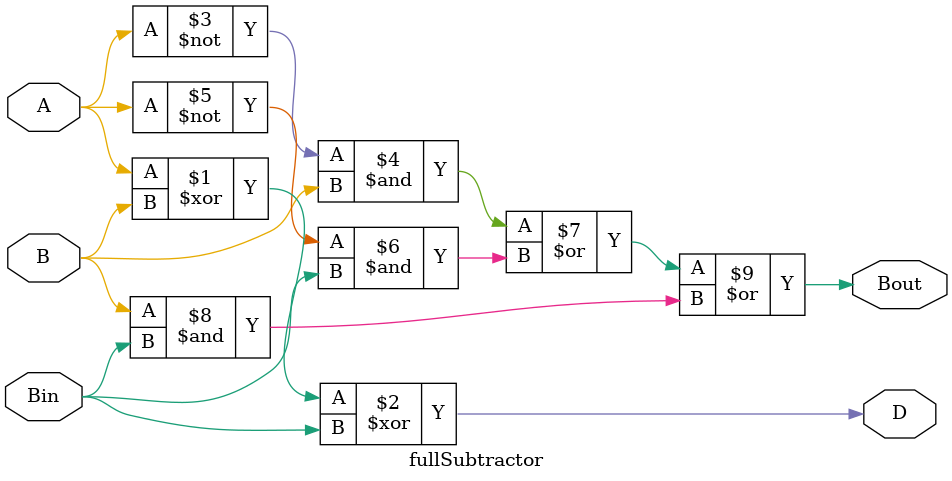
<source format=v>
`timescale 1ns / 1ps
module fullSubtractor(D , Bout, A, B, Bin);
    output D ;
    output Bout;
    input A;
    input B;
    input Bin;
	 assign D = A ^ B ^ Bin;  // Difference
    assign Bout = (~A & B) | (~A & Bin) | (B & Bin);  //Borrow Out


endmodule

</source>
